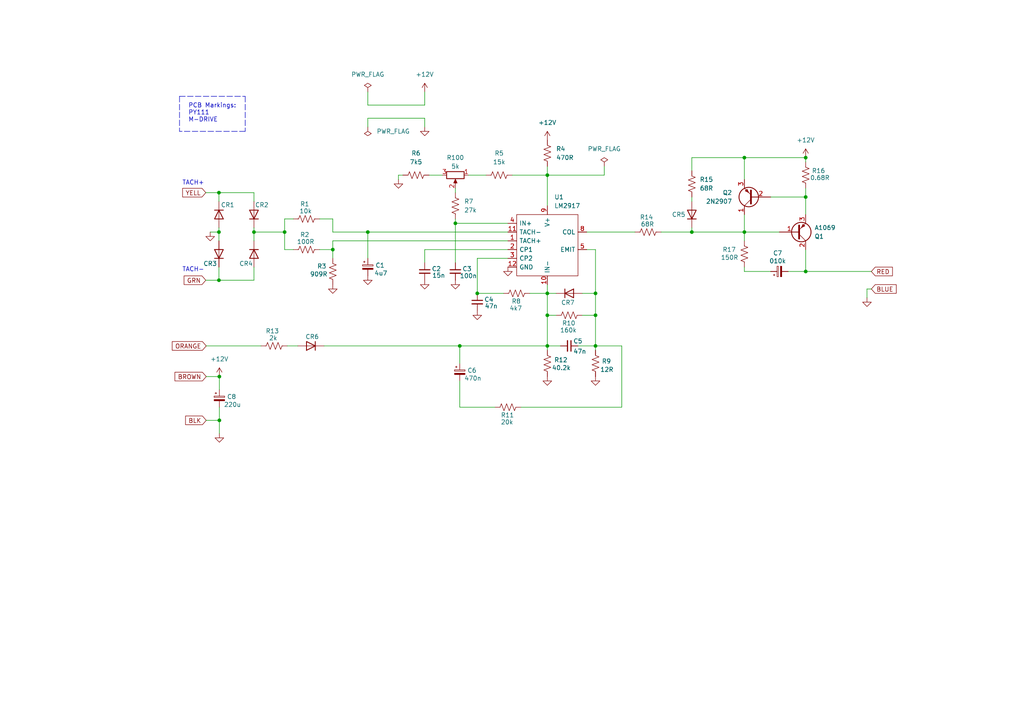
<source format=kicad_sch>
(kicad_sch (version 20211123) (generator eeschema)
  (paper "A4")
  (title_block (title "Apple Disk Drive II Speed Sensor PCB") (comment 1 "A2M0003") (comment 2 "Component references are different to schematics online"))
  (lib_symbols
    (symbol "Device:C_Polarized_Small" (pin_numbers hide) (pin_names (offset 0.254) hide)
      (property "Reference" "C" (at 0.254 1.778 0))
      (property "Value" "C_Polarized_Small" (at 0.254 -2.032 0))
      (symbol "C_Polarized_Small_0_1"
        (rectangle (start -1.524 -0.3048) (end 1.524 -0.6858) (fill (type outline)))
        (rectangle (start -1.524 0.6858) (end 1.524 0.3048))
        (polyline (pts (xy -1.27 1.524) (xy -0.762 1.524)))
        (polyline (pts (xy -1.016 1.27) (xy -1.016 1.778)))
      )
      (symbol "C_Polarized_Small_1_1"
        (pin passive line (at 0 2.54 270) (length 1.8542) (name "~") (number "1"))
        (pin passive line (at 0 -2.54 90) (length 1.8542) (name "~") (number "2"))
      )
    )
    (symbol "Device:C_Small" (pin_numbers hide) (pin_names (offset 0.254) hide)
      (property "Reference" "C" (at 0.254 1.778 0))
      (property "Value" "C_Small" (at 0.254 -2.032 0))
      (symbol "C_Small_0_1"
        (polyline (pts (xy -1.524 -0.508) (xy 1.524 -0.508)) (stroke (width 0.3302)))
        (polyline (pts (xy -1.524 0.508) (xy 1.524 0.508)) (stroke (width 0.3048)))
      )
      (symbol "C_Small_1_1"
        (pin passive line (at 0 2.54 270) (length 2.032) (name "~") (number "1"))
        (pin passive line (at 0 -2.54 90) (length 2.032) (name "~") (number "2"))
      )
    )
    (symbol "Device:Q_PNP_BCE" (pin_names (offset 0) hide)
      (property "Reference" "Q" (at 5.08 1.27 0))
      (property "Value" "Q_PNP_BCE" (at 5.08 -1.27 0))
      (symbol "Q_PNP_BCE_0_1"
        (polyline (pts (xy 0.635 0.635) (xy 2.54 2.54)))
        (polyline (pts (xy 0.635 -0.635) (xy 2.54 -2.54) (xy 2.54 -2.54)))
        (polyline (pts (xy 0.635 1.905) (xy 0.635 -1.905) (xy 0.635 -1.905)) (stroke (width 0.508)))
        (polyline (pts (xy 2.286 -1.778) (xy 1.778 -2.286) (xy 1.27 -1.27) (xy 2.286 -1.778) (xy 2.286 -1.778)) (fill (type outline)))
        (circle (center 1.27 0) (radius 2.8194) (stroke (width 0.254)))
      )
      (symbol "Q_PNP_BCE_1_1"
        (pin input line (at -5.08 0 0) (length 5.715) (name "B") (number "1"))
        (pin passive line (at 2.54 5.08 270) (length 2.54) (name "C") (number "2"))
        (pin passive line (at 2.54 -5.08 90) (length 2.54) (name "E") (number "3"))
      )
    )
    (symbol "Device:Q_PNP_CBE" (pin_names (offset 0) hide)
      (property "Reference" "Q" (at 5.08 1.27 0))
      (property "Value" "Q_PNP_CBE" (at 5.08 -1.27 0))
      (symbol "Q_PNP_CBE_0_1"
        (polyline (pts (xy 0.635 0.635) (xy 2.54 2.54)))
        (polyline (pts (xy 0.635 -0.635) (xy 2.54 -2.54) (xy 2.54 -2.54)))
        (polyline (pts (xy 0.635 1.905) (xy 0.635 -1.905) (xy 0.635 -1.905)) (stroke (width 0.508)))
        (polyline (pts (xy 2.286 -1.778) (xy 1.778 -2.286) (xy 1.27 -1.27) (xy 2.286 -1.778) (xy 2.286 -1.778)) (fill (type outline)))
        (circle (center 1.27 0) (radius 2.8194) (stroke (width 0.254)))
      )
      (symbol "Q_PNP_CBE_1_1"
        (pin passive line (at 2.54 5.08 270) (length 2.54) (name "C") (number "1"))
        (pin input line (at -5.08 0 0) (length 5.715) (name "B") (number "2"))
        (pin passive line (at 2.54 -5.08 90) (length 2.54) (name "E") (number "3"))
      )
    )
    (symbol "Device:R_Potentiometer" (pin_names (offset 1.016) hide)
      (property "Reference" "RV" (at -4.445 0 90))
      (property "Value" "R_Potentiometer" (at -2.54 0 90))
      (symbol "R_Potentiometer_0_1"
        (polyline (pts (xy 2.54 0) (xy 1.524 0)))
        (polyline (pts (xy 1.143 0) (xy 2.286 0.508) (xy 2.286 -0.508) (xy 1.143 0)) (fill (type outline)))
        (rectangle (start 1.016 2.54) (end -1.016 -2.54) (stroke (width 0.254)))
      )
      (symbol "R_Potentiometer_1_1"
        (pin passive line (at 0 3.81 270) (length 1.27) (name "1") (number "1"))
        (pin passive line (at 3.81 0 180) (length 1.27) (name "2") (number "2"))
        (pin passive line (at 0 -3.81 90) (length 1.27) (name "3") (number "3"))
      )
    )
    (symbol "Device:R_US" (pin_numbers hide) (pin_names (offset 0))
      (property "Reference" "R" (at 2.54 0 90))
      (property "Value" "R_US" (at -2.54 0 90))
      (symbol "R_US_0_1"
        (polyline (pts (xy 0 -2.286) (xy 0 -2.54)))
        (polyline (pts (xy 0 2.286) (xy 0 2.54)))
        (polyline (pts (xy 0 -0.762) (xy 1.016 -1.143) (xy 0 -1.524) (xy -1.016 -1.905) (xy 0 -2.286)))
        (polyline (pts (xy 0 0.762) (xy 1.016 0.381) (xy 0 0) (xy -1.016 -0.381) (xy 0 -0.762)))
        (polyline (pts (xy 0 2.286) (xy 1.016 1.905) (xy 0 1.524) (xy -1.016 1.143) (xy 0 0.762)))
      )
      (symbol "R_US_1_1"
        (pin passive line (at 0 3.81 270) (length 1.27) (name "~") (number "1"))
        (pin passive line (at 0 -3.81 90) (length 1.27) (name "~") (number "2"))
      )
    )
    (symbol "Diode:1N4148" (pin_numbers hide) (pin_names (offset 1.016) hide)
      (property "Reference" "D" (at 0 2.54 0))
      (property "Value" "1N4148" (at 0 -2.54 0))
      (symbol "1N4148_0_1"
        (polyline (pts (xy -1.27 1.27) (xy -1.27 -1.27)) (stroke (width 0.254)))
        (polyline (pts (xy 1.27 0) (xy -1.27 0)))
        (polyline (pts (xy 1.27 1.27) (xy 1.27 -1.27) (xy -1.27 0) (xy 1.27 1.27)) (stroke (width 0.254)))
      )
      (symbol "1N4148_1_1"
        (pin passive line (at -3.81 0 0) (length 2.54) (name "K") (number "1"))
        (pin passive line (at 3.81 0 180) (length 2.54) (name "A") (number "2"))
      )
    )
    (symbol "LM2917:LM2917" (pin_names (offset 0.762))
      (property "Reference" "U" (at -6.35 7.62 0))
      (property "Value" "LM2917" (at 7.62 7.62 0))
      (symbol "LM2917_0_1"
        (rectangle (start -6.35 6.35) (end 11.43 -11.43))
      )
      (symbol "LM2917_1_1"
        (pin input line (at -8.89 -1.27 0) (length 2.54) (name "TACH+") (number "1"))
        (pin input line (at 2.54 -13.97 90) (length 2.54) (name "IN-") (number "10"))
        (pin input line (at -8.89 1.27 0) (length 2.54) (name "TACH-") (number "11"))
        (pin power_in line (at -8.89 -8.89 0) (length 2.54) (name "GND") (number "12"))
        (pin no_connect line (at 13.97 -6.35 180) (length 2.54) hide (name "") (number "13"))
        (pin no_connect line (at 13.97 -8.89 180) (length 2.54) hide (name "") (number "14"))
        (pin output line (at -8.89 -3.81 0) (length 2.54) (name "CP1") (number "2"))
        (pin output line (at -8.89 -6.35 0) (length 2.54) (name "CP2") (number "3"))
        (pin input line (at -8.89 3.81 0) (length 2.54) (name "IN+") (number "4"))
        (pin output line (at 13.97 -3.81 180) (length 2.54) (name "EMIT") (number "5"))
        (pin no_connect line (at 13.97 3.81 180) (length 2.54) hide (name "") (number "6"))
        (pin no_connect line (at 13.97 -1.27 180) (length 2.54) hide (name "") (number "7"))
        (pin output line (at 13.97 1.27 180) (length 2.54) (name "COL") (number "8"))
        (pin power_in line (at 2.54 8.89 270) (length 2.54) (name "V+") (number "9"))
      )
    )
    (symbol "power:+12V" (power) (pin_names (offset 0))
      (property "Value" "+12V" (at 0 3.556 0))
      (symbol "+12V_0_1"
        (polyline (pts (xy -0.762 1.27) (xy 0 2.54)))
        (polyline (pts (xy 0 0) (xy 0 2.54)))
        (polyline (pts (xy 0 2.54) (xy 0.762 1.27)))
      )
      (symbol "+12V_1_1"
        (pin power_in line (at 0 0 90) (length 0) hide (name "+12V") (number "1"))
      )
    )
    (symbol "power:GND" (power) (pin_names (offset 0))
      (property "Value" "GND" (at 0 -3.81 0))
      (symbol "GND_0_1"
        (polyline (pts (xy 0 0) (xy 0 -1.27) (xy 1.27 -1.27) (xy 0 -2.54) (xy -1.27 -1.27) (xy 0 -1.27)))
      )
      (symbol "GND_1_1"
        (pin power_in line (at 0 0 270) (length 0) hide (name "GND") (number "1"))
      )
    )
    (symbol "power:PWR_FLAG" (power) (pin_numbers hide) (pin_names (offset 0) hide)
      (property "Value" "PWR_FLAG" (at 0 3.81 0))
      (symbol "PWR_FLAG_0_0"
        (pin power_out line (at 0 0 90) (length 0) (name "pwr") (number "1"))
      )
      (symbol "PWR_FLAG_0_1"
        (polyline (pts (xy 0 0) (xy 0 1.27) (xy -1.016 1.905) (xy 0 2.54) (xy 1.016 1.905) (xy 0 1.27)))
      )
    )
  )
  (junction (at 158.75 91.44))
  (junction (at 73.66 67.31))
  (junction (at 172.72 85.09))
  (junction (at 106.68 67.31))
  (junction (at 132.08 64.77))
  (junction (at 63.5 67.31))
  (junction (at 233.68 45.72))
  (junction (at 158.75 50.8))
  (junction (at 172.72 100.33))
  (junction (at 172.72 91.44))
  (junction (at 215.9 45.72))
  (junction (at 200.66 67.31))
  (junction (at 158.75 85.09))
  (junction (at 233.68 57.15))
  (junction (at 63.627 109.22))
  (junction (at 233.68 78.74))
  (junction (at 138.43 85.09))
  (junction (at 63.5 81.28))
  (junction (at 82.55 67.31))
  (junction (at 63.5 55.88))
  (junction (at 215.9 67.31))
  (junction (at 133.35 100.33))
  (junction (at 158.75 100.33))
  (junction (at 96.52 72.39))
  (junction (at 63.627 121.92))
  (wire (pts (xy 63.5 81.28) (xy 73.66 81.28)))
  (wire (pts (xy 132.08 64.77) (xy 132.08 76.2)))
  (wire (pts (xy 168.91 91.44) (xy 172.72 91.44)))
  (wire (pts (xy 123.19 36.83) (xy 123.19 34.29)))
  (wire (pts (xy 115.57 50.8) (xy 116.84 50.8)))
  (wire (pts (xy 73.66 67.31) (xy 73.66 69.85)))
  (wire (pts (xy 172.72 72.39) (xy 172.72 85.09)))
  (wire (pts (xy 158.75 59.69) (xy 158.75 50.8)))
  (wire (pts (xy 96.52 72.39) (xy 96.52 74.93)))
  (wire (pts (xy 167.64 100.33) (xy 172.72 100.33)))
  (wire (pts (xy 180.34 118.11) (xy 180.34 100.33)))
  (wire (pts (xy 59.817 100.33) (xy 75.692 100.33)))
  (wire (pts (xy 200.66 45.72) (xy 200.66 49.53)))
  (wire (pts (xy 147.32 74.93) (xy 138.43 74.93)))
  (wire (pts (xy 215.9 67.31) (xy 226.06 67.31)))
  (wire (pts (xy 133.35 118.11) (xy 143.51 118.11)))
  (wire (pts (xy 133.35 110.49) (xy 133.35 118.11)))
  (wire (pts (xy 200.66 66.04) (xy 200.66 67.31)))
  (wire (pts (xy 82.55 63.5) (xy 85.09 63.5)))
  (wire (pts (xy 83.312 100.33) (xy 86.36 100.33)))
  (wire (pts (xy 191.77 67.31) (xy 200.66 67.31)))
  (wire (pts (xy 63.5 66.04) (xy 63.5 67.31)))
  (wire (pts (xy 123.19 34.29) (xy 106.68 34.29)))
  (wire (pts (xy 123.19 76.2) (xy 123.19 72.39)))
  (wire (pts (xy 96.52 67.31) (xy 106.68 67.31)))
  (polyline (pts (xy 52.07 27.94) (xy 52.07 38.1)))
  (wire (pts (xy 233.68 45.72) (xy 233.68 46.99)))
  (wire (pts (xy 63.5 55.88) (xy 63.5 58.42)))
  (wire (pts (xy 175.26 50.8) (xy 158.75 50.8)))
  (wire (pts (xy 158.75 85.09) (xy 161.29 85.09)))
  (wire (pts (xy 175.26 48.26) (xy 175.26 50.8)))
  (wire (pts (xy 233.68 54.61) (xy 233.68 57.15)))
  (wire (pts (xy 162.56 100.33) (xy 158.75 100.33)))
  (polyline (pts (xy 71.12 27.94) (xy 71.12 38.1)))
  (wire (pts (xy 158.75 100.33) (xy 158.75 91.44)))
  (wire (pts (xy 82.55 67.31) (xy 82.55 72.39)))
  (wire (pts (xy 200.66 45.72) (xy 215.9 45.72)))
  (wire (pts (xy 82.55 72.39) (xy 85.09 72.39)))
  (wire (pts (xy 63.5 67.31) (xy 63.5 69.85)))
  (wire (pts (xy 59.817 109.22) (xy 63.627 109.22)))
  (wire (pts (xy 132.08 63.5) (xy 132.08 64.77)))
  (wire (pts (xy 158.75 100.33) (xy 158.75 101.6)))
  (wire (pts (xy 132.08 54.61) (xy 132.08 55.88)))
  (wire (pts (xy 153.67 85.09) (xy 158.75 85.09)))
  (wire (pts (xy 73.66 81.28) (xy 73.66 77.47)))
  (wire (pts (xy 223.52 57.15) (xy 233.68 57.15)))
  (wire (pts (xy 228.6 78.74) (xy 233.68 78.74)))
  (wire (pts (xy 92.71 72.39) (xy 96.52 72.39)))
  (wire (pts (xy 63.627 121.92) (xy 59.817 121.92)))
  (wire (pts (xy 133.35 100.33) (xy 133.35 105.41)))
  (wire (pts (xy 63.627 118.11) (xy 63.627 121.92)))
  (wire (pts (xy 200.66 67.31) (xy 215.9 67.31)))
  (wire (pts (xy 133.35 100.33) (xy 158.75 100.33)))
  (wire (pts (xy 106.68 30.48) (xy 106.68 26.67)))
  (wire (pts (xy 215.9 67.31) (xy 215.9 69.85)))
  (wire (pts (xy 63.5 55.88) (xy 73.66 55.88)))
  (wire (pts (xy 251.46 83.82) (xy 252.73 83.82)))
  (wire (pts (xy 73.66 67.31) (xy 82.55 67.31)))
  (wire (pts (xy 158.75 50.8) (xy 148.59 50.8)))
  (wire (pts (xy 106.68 67.31) (xy 106.68 74.93)))
  (wire (pts (xy 172.72 85.09) (xy 172.72 91.44)))
  (wire (pts (xy 96.52 69.85) (xy 96.52 72.39)))
  (wire (pts (xy 59.69 81.28) (xy 63.5 81.28)))
  (wire (pts (xy 158.75 82.55) (xy 158.75 85.09)))
  (wire (pts (xy 63.5 81.28) (xy 63.5 77.47)))
  (wire (pts (xy 115.57 52.07) (xy 115.57 50.8)))
  (wire (pts (xy 158.75 91.44) (xy 158.75 85.09)))
  (wire (pts (xy 96.52 63.5) (xy 96.52 67.31)))
  (wire (pts (xy 63.627 109.22) (xy 63.627 113.03)))
  (wire (pts (xy 60.96 67.31) (xy 63.5 67.31)))
  (wire (pts (xy 63.627 125.73) (xy 63.627 121.92)))
  (wire (pts (xy 200.66 57.15) (xy 200.66 58.42)))
  (wire (pts (xy 215.9 45.72) (xy 215.9 52.07)))
  (wire (pts (xy 215.9 62.23) (xy 215.9 67.31)))
  (wire (pts (xy 215.9 45.72) (xy 233.68 45.72)))
  (wire (pts (xy 172.72 91.44) (xy 172.72 100.33)))
  (wire (pts (xy 180.34 100.33) (xy 172.72 100.33)))
  (wire (pts (xy 233.68 57.15) (xy 233.68 62.23)))
  (polyline (pts (xy 52.07 27.94) (xy 71.12 27.94)))
  (wire (pts (xy 132.08 64.77) (xy 147.32 64.77)))
  (wire (pts (xy 233.68 72.39) (xy 233.68 78.74)))
  (wire (pts (xy 170.18 67.31) (xy 184.15 67.31)))
  (wire (pts (xy 170.18 72.39) (xy 172.72 72.39)))
  (wire (pts (xy 92.71 63.5) (xy 96.52 63.5)))
  (wire (pts (xy 123.19 26.67) (xy 123.19 30.48)))
  (wire (pts (xy 168.91 85.09) (xy 172.72 85.09)))
  (wire (pts (xy 161.29 91.44) (xy 158.75 91.44)))
  (wire (pts (xy 59.69 55.88) (xy 63.5 55.88)))
  (wire (pts (xy 172.72 100.33) (xy 172.72 101.6)))
  (wire (pts (xy 138.43 74.93) (xy 138.43 85.09)))
  (wire (pts (xy 123.19 30.48) (xy 106.68 30.48)))
  (wire (pts (xy 93.98 100.33) (xy 133.35 100.33)))
  (wire (pts (xy 106.68 67.31) (xy 147.32 67.31)))
  (wire (pts (xy 73.66 66.04) (xy 73.66 67.31)))
  (wire (pts (xy 96.52 69.85) (xy 147.32 69.85)))
  (wire (pts (xy 123.19 72.39) (xy 147.32 72.39)))
  (polyline (pts (xy 71.12 38.1) (xy 52.07 38.1)))
  (wire (pts (xy 124.46 50.8) (xy 128.27 50.8)))
  (wire (pts (xy 151.13 118.11) (xy 180.34 118.11)))
  (wire (pts (xy 233.68 78.74) (xy 252.73 78.74)))
  (wire (pts (xy 158.75 48.26) (xy 158.75 50.8)))
  (wire (pts (xy 215.9 78.74) (xy 223.52 78.74)))
  (wire (pts (xy 135.89 50.8) (xy 140.97 50.8)))
  (wire (pts (xy 138.43 85.09) (xy 146.05 85.09)))
  (wire (pts (xy 82.55 63.5) (xy 82.55 67.31)))
  (wire (pts (xy 73.66 55.88) (xy 73.66 58.42)))
  (wire (pts (xy 251.46 83.82) (xy 251.46 86.36)))
  (wire (pts (xy 106.68 34.29) (xy 106.68 36.83)))
  (wire (pts (xy 215.9 77.47) (xy 215.9 78.74)))
  (text "TACH-" (at 52.832 78.994 0) (effects (font (size 1.27 1.27)) (justify left bottom)))
  (text "TACH+" (at 52.832 53.848 0) (effects (font (size 1.27 1.27)) (justify left bottom)))
  (text "PCB Markings:\nPY111\nM-DRIVE" (at 54.61 35.56 0) (effects (font (size 1.27 1.27)) (justify left bottom)))
  (global_label "GRN" (shape input) (at 59.69 81.28 180) (property "Intersheet References" "${INTERSHEET_REFS}" (effects hide)))
  (global_label "BLUE" (shape input) (at 252.73 83.82 0) (property "Intersheet References" "${INTERSHEET_REFS}" (effects hide)))
  (global_label "YELL" (shape input) (at 59.69 55.88 180) (property "Intersheet References" "${INTERSHEET_REFS}" (effects hide)))
  (global_label "RED" (shape input) (at 252.73 78.74 0) (property "Intersheet References" "${INTERSHEET_REFS}" (effects hide)))
  (global_label "BROWN" (shape input) (at 59.817 109.22 180) (property "Intersheet References" "${INTERSHEET_REFS}" (effects hide)))
  (global_label "BLK" (shape input) (at 59.817 121.92 180) (property "Intersheet References" "${INTERSHEET_REFS}" (effects hide)))
  (global_label "ORANGE" (shape input) (at 59.817 100.33 180) (property "Intersheet References" "${INTERSHEET_REFS}" (effects hide)))
  (symbol (lib_id "power:+12V") (at 123.19 26.67 0) (unit 1)
    (property "Reference" "#PWR0116" (effects hide))
    (property "Value" "+12V" (at 123.19 21.59 0))
  )
  (symbol (lib_id "Device:Q_PNP_BCE") (at 231.14 67.31 0) (mirror x) (unit 1)
    (property "Reference" "Q1" (at 236.22 68.5801 0) (effects (justify left)))
    (property "Value" "A1069" (at 236.22 66.0401 0) (effects (justify left)))
  )
  (symbol (lib_id "power:GND") (at 123.19 81.28 0) (unit 1)
    (property "Reference" "#PWR0108" (effects hide))
    (property "Value" "GND" (effects hide))
  )
  (symbol (lib_id "power:+12V") (at 158.75 40.64 0) (unit 1)
    (property "Reference" "#PWR0113" (effects hide))
    (property "Value" "+12V" (at 158.75 35.56 0))
  )
  (symbol (lib_id "Device:R_US") (at 144.78 50.8 90) (unit 1)
    (property "Reference" "R5" (at 144.78 44.45 90))
    (property "Value" "15k" (at 144.78 46.99 90))
  )
  (symbol (lib_id "Diode:1N4148") (at 200.66 62.23 90) (unit 1)
    (property "Reference" "CR5" (at 196.85 62.23 90))
    (property "Value" "1N4148" (effects hide))
    (property "Footprint" "Diode_THT:D_DO-35_SOD27_P7.62mm_Horizontal" (effects hide))
    (property "Datasheet" "https://assets.nexperia.com/documents/data-sheet/1N4148_1N4448.pdf" (effects hide))
  )
  (symbol (lib_id "Device:Q_PNP_CBE") (at 218.44 57.15 180) (unit 1)
    (property "Reference" "Q2" (at 212.344 55.8799 0) (effects (justify left)))
    (property "Value" "2N2907" (at 212.344 58.4199 0) (effects (justify left)))
  )
  (symbol (lib_id "Device:R_US") (at 88.9 63.5 270) (unit 1)
    (property "Reference" "R1" (at 88.392 59.182 90))
    (property "Value" "10k" (at 88.646 61.214 90))
  )
  (symbol (lib_id "Device:R_US") (at 200.66 53.34 0) (unit 1)
    (property "Reference" "R15" (at 202.946 52.0699 0) (effects (justify left)))
    (property "Value" "68R" (at 202.946 54.6099 0) (effects (justify left)))
  )
  (symbol (lib_id "Device:C_Small") (at 165.1 100.33 270) (unit 1)
    (property "Reference" "C5" (at 166.2684 98.933 90) (effects (justify left)))
    (property "Value" "47n" (at 166.2684 101.9302 90) (effects (justify left)))
  )
  (symbol (lib_id "Device:R_US") (at 165.1 91.44 90) (unit 1)
    (property "Reference" "R10" (at 164.973 93.726 90))
    (property "Value" "160k" (at 164.846 95.758 90))
  )
  (symbol (lib_id "Device:R_US") (at 149.86 85.09 90) (unit 1)
    (property "Reference" "R8" (at 149.733 87.376 90))
    (property "Value" "4k7" (at 149.606 89.408 90))
  )
  (symbol (lib_id "Device:R_US") (at 96.52 78.74 0) (unit 1)
    (property "Reference" "R3" (at 93.345 77.216 0))
    (property "Value" "909R" (at 92.456 79.502 0))
  )
  (symbol (lib_id "Device:R_US") (at 215.9 73.66 180) (unit 1)
    (property "Reference" "R17" (at 209.55 72.39 0) (effects (justify right)))
    (property "Value" "150R" (at 209.042 74.676 0) (effects (justify right)))
  )
  (symbol (lib_id "Device:R_US") (at 187.96 67.31 90) (unit 1)
    (property "Reference" "R14" (at 189.484 62.992 90) (effects (justify left)))
    (property "Value" "68R" (at 189.738 65.024 90) (effects (justify left)))
  )
  (symbol (lib_id "Device:C_Small") (at 123.19 78.74 0) (unit 1)
    (property "Reference" "C2" (at 125.222 77.978 0) (effects (justify left)))
    (property "Value" "15n" (at 125.349 79.883 0) (effects (justify left)))
  )
  (symbol (lib_id "Device:R_US") (at 147.32 118.11 90) (unit 1)
    (property "Reference" "R11" (at 147.193 120.396 90))
    (property "Value" "20k" (at 147.066 122.428 90))
  )
  (symbol (lib_id "Device:C_Small") (at 138.43 87.63 0) (unit 1)
    (property "Reference" "C4" (at 140.462 86.868 0) (effects (justify left)))
    (property "Value" "47n" (at 140.589 88.773 0) (effects (justify left)))
  )
  (symbol (lib_id "power:+12V") (at 63.627 109.22 0) (unit 1)
    (property "Reference" "#PWR0111" (effects hide))
    (property "Value" "+12V" (at 63.627 104.14 0))
  )
  (symbol (lib_id "power:GND") (at 106.68 80.01 0) (unit 1)
    (property "Reference" "#PWR0109" (effects hide))
    (property "Value" "GND" (effects hide))
  )
  (symbol (lib_id "Diode:1N4148") (at 165.1 85.09 0) (unit 1)
    (property "Reference" "CR7" (at 164.719 87.757 0))
    (property "Value" "1N4148" (effects hide))
    (property "Footprint" "Diode_THT:D_DO-35_SOD27_P7.62mm_Horizontal" (effects hide))
    (property "Datasheet" "https://assets.nexperia.com/documents/data-sheet/1N4148_1N4448.pdf" (effects hide))
  )
  (symbol (lib_id "Device:C_Polarized_Small") (at 226.06 78.74 90) (unit 1)
    (property "Reference" "C7" (at 225.552 73.406 90))
    (property "Value" "010k" (at 225.552 75.692 90))
  )
  (symbol (lib_id "power:GND") (at 132.08 81.28 0) (unit 1)
    (property "Reference" "#PWR0114" (effects hide))
    (property "Value" "GND" (effects hide))
  )
  (symbol (lib_id "Device:R_US") (at 88.9 72.39 270) (unit 1)
    (property "Reference" "R2" (at 88.392 68.072 90))
    (property "Value" "100R" (at 88.646 70.104 90))
  )
  (symbol (lib_id "Device:C_Polarized_Small") (at 106.68 77.47 0) (unit 1)
    (property "Reference" "C1" (at 110.236 76.962 0))
    (property "Value" "4u7" (at 110.49 79.248 0))
  )
  (symbol (lib_id "Diode:1N4148") (at 73.66 62.23 90) (unit 1)
    (property "Reference" "CR2" (at 75.946 59.436 90))
    (property "Value" "1N4148" (effects hide))
    (property "Footprint" "Diode_THT:D_DO-35_SOD27_P7.62mm_Horizontal" (effects hide))
    (property "Datasheet" "https://assets.nexperia.com/documents/data-sheet/1N4148_1N4448.pdf" (effects hide))
  )
  (symbol (lib_id "Device:R_US") (at 158.75 44.45 180) (unit 1)
    (property "Reference" "R4" (at 161.29 43.1799 0) (effects (justify right)))
    (property "Value" "470R" (at 161.29 45.7199 0) (effects (justify right)))
  )
  (symbol (lib_id "power:GND") (at 123.19 36.83 0) (unit 1)
    (property "Reference" "#PWR0117" (effects hide))
    (property "Value" "GND" (effects hide))
  )
  (symbol (lib_id "power:GND") (at 96.52 82.55 0) (unit 1)
    (property "Reference" "#PWR0103" (effects hide))
    (property "Value" "GND" (effects hide))
  )
  (symbol (lib_id "Device:R_US") (at 132.08 59.69 0) (unit 1)
    (property "Reference" "R7" (at 134.62 58.4199 0) (effects (justify left)))
    (property "Value" "27k" (at 134.62 60.9599 0) (effects (justify left)))
  )
  (symbol (lib_id "Diode:1N4148") (at 73.66 73.66 270) (unit 1)
    (property "Reference" "CR4" (at 71.374 76.454 90))
    (property "Value" "1N4148" (effects hide))
    (property "Footprint" "Diode_THT:D_DO-35_SOD27_P7.62mm_Horizontal" (effects hide))
    (property "Datasheet" "https://assets.nexperia.com/documents/data-sheet/1N4148_1N4448.pdf" (effects hide))
  )
  (symbol (lib_id "power:GND") (at 172.72 109.22 0) (unit 1)
    (property "Reference" "#PWR0106" (effects hide))
    (property "Value" "GND" (effects hide))
  )
  (symbol (lib_id "Diode:1N4148") (at 63.5 62.23 270) (unit 1)
    (property "Reference" "CR1" (at 66.04 59.436 90))
    (property "Value" "1N4148" (effects hide))
    (property "Footprint" "Diode_THT:D_DO-35_SOD27_P7.62mm_Horizontal" (effects hide))
    (property "Datasheet" "https://assets.nexperia.com/documents/data-sheet/1N4148_1N4448.pdf" (effects hide))
  )
  (symbol (lib_id "Device:R_Potentiometer") (at 132.08 50.8 270) (unit 1)
    (property "Reference" "R100" (at 132.08 45.72 90))
    (property "Value" "5k" (at 132.08 48.26 90))
  )
  (symbol (lib_id "power:GND") (at 60.96 67.31 0) (unit 1)
    (property "Reference" "#PWR0104" (effects hide))
    (property "Value" "GND" (effects hide))
  )
  (symbol (lib_id "Diode:1N4148") (at 63.5 73.66 90) (unit 1)
    (property "Reference" "CR3" (at 60.96 76.454 90))
    (property "Value" "1N4148" (effects hide))
    (property "Footprint" "Diode_THT:D_DO-35_SOD27_P7.62mm_Horizontal" (effects hide))
    (property "Datasheet" "https://assets.nexperia.com/documents/data-sheet/1N4148_1N4448.pdf" (effects hide))
  )
  (symbol (lib_id "power:PWR_FLAG") (at 106.68 26.67 0) (unit 1)
    (property "Reference" "#FLG0102" (effects hide))
    (property "Value" "PWR_FLAG" (at 106.68 21.59 0))
  )
  (symbol (lib_id "LM2917:LM2917") (at 156.21 68.58 0) (unit 1)
    (property "Reference" "U1" (at 160.7694 57.15 0) (effects (justify left)))
    (property "Value" "LM2917" (at 160.7694 59.69 0) (effects (justify left)))
    (property "Datasheet" "https://www.ti.com/lit/ds/symlink/lm2907-n.pdf" (effects hide))
  )
  (symbol (lib_id "power:GND") (at 158.75 109.22 0) (unit 1)
    (property "Reference" "#PWR0105" (effects hide))
    (property "Value" "GND" (effects hide))
  )
  (symbol (lib_id "Diode:1N4148") (at 90.17 100.33 180) (unit 1)
    (property "Reference" "CR6" (at 90.551 97.663 0))
    (property "Value" "1N4148" (effects hide))
    (property "Footprint" "Diode_THT:D_DO-35_SOD27_P7.62mm_Horizontal" (effects hide))
    (property "Datasheet" "https://assets.nexperia.com/documents/data-sheet/1N4148_1N4448.pdf" (effects hide))
  )
  (symbol (lib_id "Device:R_US") (at 158.75 105.41 180) (unit 1)
    (property "Reference" "R12" (at 162.687 104.394 0))
    (property "Value" "40.2k" (at 162.814 106.68 0))
  )
  (symbol (lib_id "power:GND") (at 115.57 52.07 0) (unit 1)
    (property "Reference" "#PWR0115" (effects hide))
    (property "Value" "GND" (effects hide))
  )
  (symbol (lib_id "power:GND") (at 63.627 125.73 0) (unit 1)
    (property "Reference" "#PWR0112" (effects hide))
    (property "Value" "GND" (effects hide))
  )
  (symbol (lib_id "power:GND") (at 138.43 90.17 0) (unit 1)
    (property "Reference" "#PWR0110" (effects hide))
    (property "Value" "GND" (effects hide))
  )
  (symbol (lib_id "power:+12V") (at 233.68 45.72 0) (unit 1)
    (property "Reference" "#PWR0101" (effects hide))
    (property "Value" "+12V" (at 233.68 40.64 0))
  )
  (symbol (lib_id "Device:C_Small") (at 132.08 78.74 0) (unit 1)
    (property "Reference" "C3" (at 134.112 77.978 0) (effects (justify left)))
    (property "Value" "100n" (at 133.35 80.01 0) (effects (justify left)))
  )
  (symbol (lib_id "power:PWR_FLAG") (at 106.68 36.83 180) (unit 1)
    (property "Reference" "#FLG0103" (effects hide))
    (property "Value" "PWR_FLAG" (at 109.22 38.0999 0) (effects (justify right)))
  )
  (symbol (lib_id "Device:C_Polarized_Small") (at 63.627 115.57 0) (unit 1)
    (property "Reference" "C8" (at 67.183 115.062 0))
    (property "Value" "220u" (at 67.437 117.348 0))
  )
  (symbol (lib_id "power:GND") (at 147.32 77.47 0) (unit 1)
    (property "Reference" "#PWR0107" (effects hide))
    (property "Value" "GND" (effects hide))
  )
  (symbol (lib_id "Device:R_US") (at 79.502 100.33 270) (unit 1)
    (property "Reference" "R13" (at 78.994 96.012 90))
    (property "Value" "2k" (at 79.248 98.044 90))
  )
  (symbol (lib_id "power:GND") (at 251.46 86.36 0) (unit 1)
    (property "Reference" "#PWR0102" (effects hide))
    (property "Value" "GND" (effects hide))
  )
  (symbol (lib_id "Device:R_US") (at 233.68 50.8 180) (unit 1)
    (property "Reference" "R16" (at 235.458 49.5299 0) (effects (justify right)))
    (property "Value" "0.68R" (at 234.95 51.562 0) (effects (justify right)))
  )
  (symbol (lib_id "power:PWR_FLAG") (at 175.26 48.26 0) (unit 1)
    (property "Reference" "#FLG0101" (effects hide))
    (property "Value" "PWR_FLAG" (at 175.26 43.18 0))
  )
  (symbol (lib_id "Device:R_US") (at 172.72 105.41 180) (unit 1)
    (property "Reference" "R9" (at 175.895 104.775 0))
    (property "Value" "12R" (at 176.022 107.188 0))
  )
  (symbol (lib_id "Device:C_Polarized_Small") (at 133.35 107.95 0) (unit 1)
    (property "Reference" "C6" (at 136.906 107.442 0))
    (property "Value" "470n" (at 137.16 109.728 0))
  )
  (symbol (lib_id "Device:R_US") (at 120.65 50.8 90) (unit 1)
    (property "Reference" "R6" (at 120.65 44.45 90))
    (property "Value" "7k5" (at 120.65 46.99 90))
  )
)
</source>
